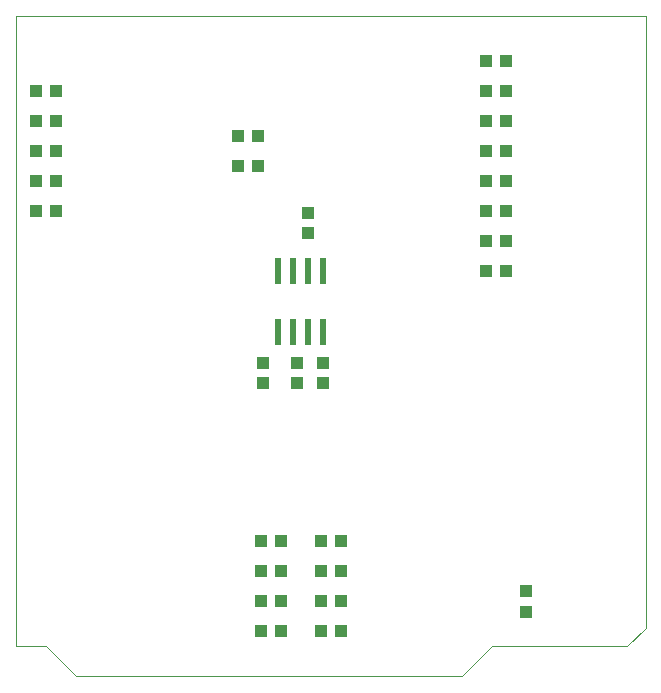
<source format=gbp>
G75*
%MOIN*%
%OFA0B0*%
%FSLAX24Y24*%
%IPPOS*%
%LPD*%
%AMOC8*
5,1,8,0,0,1.08239X$1,22.5*
%
%ADD10C,0.0000*%
%ADD11R,0.0236X0.0866*%
%ADD12R,0.0433X0.0394*%
%ADD13R,0.0394X0.0433*%
D10*
X000175Y002125D02*
X000175Y023125D01*
X021175Y023125D01*
X021175Y002750D01*
X020550Y002125D01*
X016050Y002125D01*
X015050Y001125D01*
X002175Y001125D01*
X001175Y002125D01*
X000175Y002125D01*
D11*
X008925Y012601D03*
X009425Y012601D03*
X009925Y012601D03*
X010425Y012601D03*
X010425Y014649D03*
X009925Y014649D03*
X009425Y014649D03*
X008925Y014649D03*
D12*
X009925Y015915D03*
X009925Y016585D03*
X008260Y018125D03*
X007590Y018125D03*
X007590Y019125D03*
X008260Y019125D03*
X010425Y011585D03*
X010425Y010915D03*
X017175Y003960D03*
X017175Y003290D03*
D13*
X011010Y003625D03*
X010340Y003625D03*
X010340Y004625D03*
X011010Y004625D03*
X011010Y005625D03*
X010340Y005625D03*
X009010Y005625D03*
X008340Y005625D03*
X008340Y004625D03*
X009010Y004625D03*
X009010Y003625D03*
X008340Y003625D03*
X008340Y002625D03*
X009010Y002625D03*
X010340Y002625D03*
X011010Y002625D03*
X009550Y010915D03*
X009550Y011585D03*
X008425Y011585D03*
X008425Y010915D03*
X001510Y016625D03*
X000840Y016625D03*
X000840Y017625D03*
X000840Y018625D03*
X000840Y019625D03*
X001510Y019625D03*
X001510Y018625D03*
X001510Y017625D03*
X001510Y020625D03*
X000840Y020625D03*
X015840Y020625D03*
X016510Y020625D03*
X016510Y021625D03*
X015840Y021625D03*
X015840Y019625D03*
X016510Y019625D03*
X016510Y018625D03*
X015840Y018625D03*
X015840Y017625D03*
X016510Y017625D03*
X016510Y016625D03*
X015840Y016625D03*
X015840Y015625D03*
X016510Y015625D03*
X016510Y014625D03*
X015840Y014625D03*
M02*

</source>
